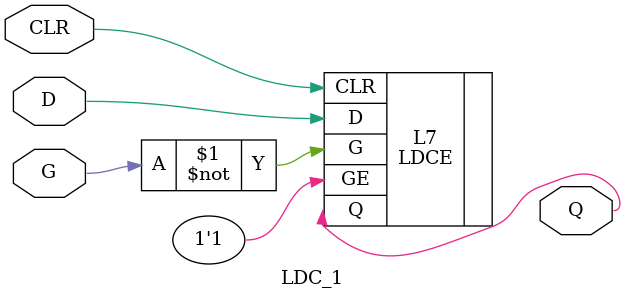
<source format=v>


`timescale  1 ps / 1 ps

module LDC_1 (Q, G, CLR, D);

    parameter [0:0] INIT = 1'b0;

    output Q;

    input  G, CLR, D;

    wire Q;

    LDCE #(.INIT(INIT)) L7 (.Q(Q), .G(~G), .GE(1'b1), .CLR(CLR), .D(D));

endmodule


</source>
